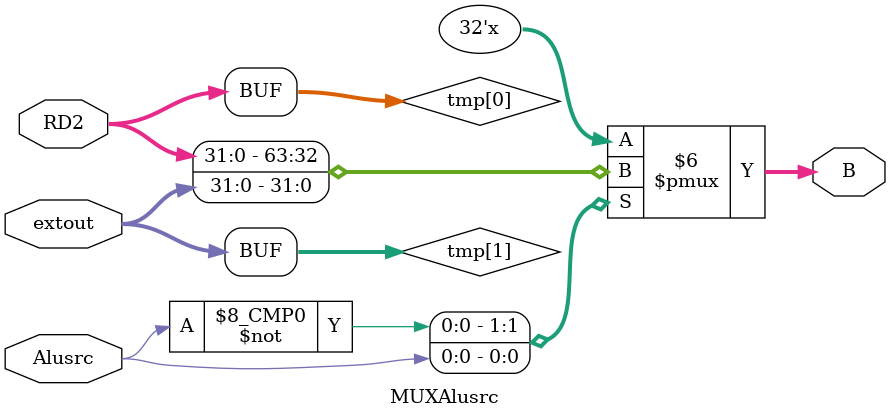
<source format=v>
`timescale 1ns / 1ps
module MUXAlusrc(RD2,extout,Alusrc,B);
  input [31:0] RD2,extout;
  input Alusrc;
  output [31:0]B;

  wire [31:0] tmp[1:0];

  assign tmp[0]=RD2;
  assign tmp[1]=extout;
  assign B=tmp[Alusrc];

endmodule

</source>
